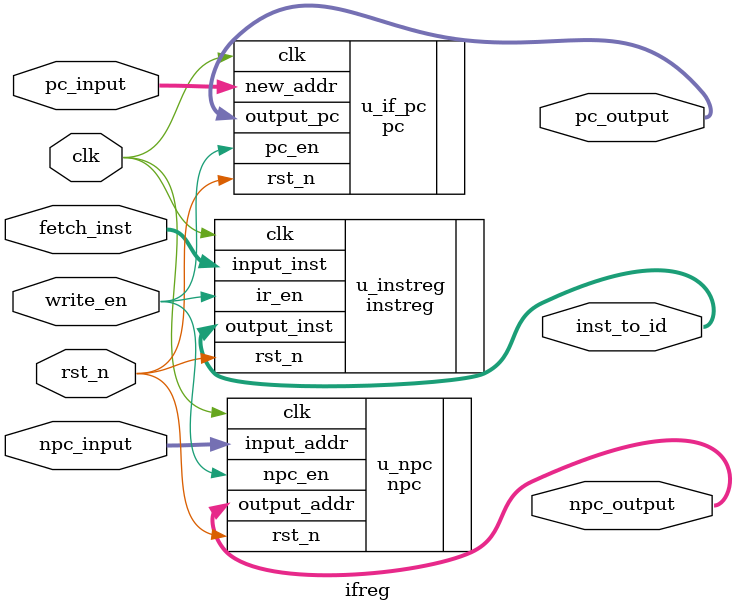
<source format=v>
module ifreg(
    input   [31: 0] fetch_inst, npc_input, pc_input,
    input           clk, rst_n, write_en,
    
    output  [31: 0] inst_to_id,
    output  [31: 0] npc_output, pc_output
);

    instreg u_instreg(
        .input_inst(fetch_inst),
        .ir_en(write_en),
        .clk(clk),
        .rst_n(rst_n),
        
        .output_inst(inst_to_id)
    );

    npc u_npc(
        .input_addr(npc_input),
        .clk(clk),
        .rst_n(rst_n),
        .npc_en(write_en),
        
        .output_addr(npc_output)
    );
    
    pc u_if_pc(                            //program count
        .new_addr(pc_input),
        .clk(clk),
        .rst_n(rst_n),
        .pc_en(write_en),
        .output_pc(pc_output)
    );

endmodule

</source>
